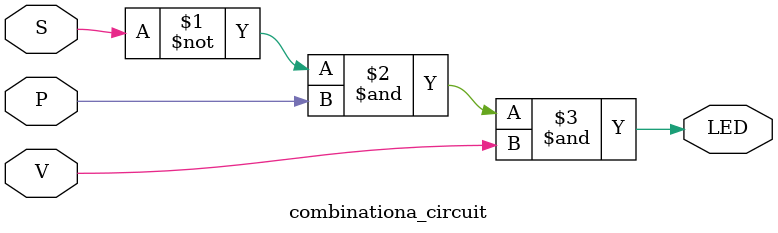
<source format=v>
module combinationa_circuit(S,P,V,LED);

    input  S,P,V;
    output LED;


    assign LED = (~S) &  P & V;

endmodule
</source>
